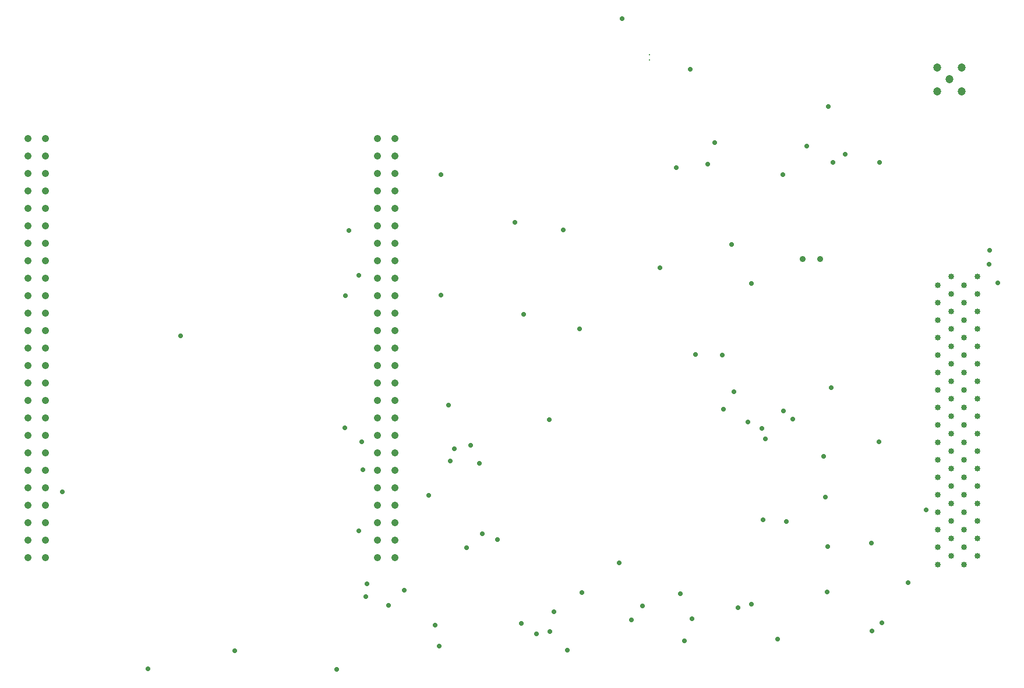
<source format=gbr>
%TF.GenerationSoftware,Altium Limited,Altium Designer,19.0.15 (446)*%
G04 Layer_Color=0*
%FSLAX26Y26*%
%MOIN*%
%TF.FileFunction,Plated,1,2,PTH,Drill*%
%TF.Part,Single*%
G01*
G75*
%TA.AperFunction,ComponentDrill*%
%ADD85C,0.033465*%
%ADD86C,0.040945*%
%ADD87C,0.035433*%
%TA.AperFunction,ViaDrill,NotFilled*%
%ADD88C,0.007874*%
%ADD89C,0.047244*%
%ADD90C,0.028000*%
D85*
X5563780Y2279129D02*
D03*
Y2179129D02*
D03*
Y2079129D02*
D03*
Y1979129D02*
D03*
Y1879129D02*
D03*
Y1779129D02*
D03*
Y1679129D02*
D03*
Y1579129D02*
D03*
Y1479129D02*
D03*
Y1379129D02*
D03*
Y1279129D02*
D03*
Y1179129D02*
D03*
Y1079129D02*
D03*
Y979129D02*
D03*
Y879129D02*
D03*
Y779129D02*
D03*
X5488778Y2229129D02*
D03*
Y2129129D02*
D03*
Y2029129D02*
D03*
Y1929129D02*
D03*
Y1829129D02*
D03*
Y1729129D02*
D03*
Y1629129D02*
D03*
Y1529129D02*
D03*
Y1429129D02*
D03*
Y1329129D02*
D03*
Y1229129D02*
D03*
Y1129129D02*
D03*
Y1029129D02*
D03*
Y929129D02*
D03*
Y829129D02*
D03*
Y729129D02*
D03*
X5563780Y679129D02*
D03*
X5488778Y629129D02*
D03*
X5413780Y2279129D02*
D03*
Y2179129D02*
D03*
Y2079129D02*
D03*
Y1979129D02*
D03*
Y1879129D02*
D03*
Y1779129D02*
D03*
Y1679129D02*
D03*
Y1579129D02*
D03*
Y1479129D02*
D03*
Y1379129D02*
D03*
Y1279129D02*
D03*
Y1179129D02*
D03*
Y1079129D02*
D03*
Y979129D02*
D03*
Y879129D02*
D03*
Y779129D02*
D03*
Y679129D02*
D03*
X5338778Y2229129D02*
D03*
Y2129129D02*
D03*
Y2029129D02*
D03*
Y1929129D02*
D03*
Y1829129D02*
D03*
Y1729129D02*
D03*
Y1629129D02*
D03*
Y1529129D02*
D03*
Y1429129D02*
D03*
Y1329129D02*
D03*
Y1229129D02*
D03*
Y1129129D02*
D03*
Y1029129D02*
D03*
Y929129D02*
D03*
Y829129D02*
D03*
Y729129D02*
D03*
Y629129D02*
D03*
D86*
X2131417Y670119D02*
D03*
Y770119D02*
D03*
Y870119D02*
D03*
Y970119D02*
D03*
Y1070119D02*
D03*
Y1170119D02*
D03*
Y1270119D02*
D03*
Y1370119D02*
D03*
Y1470119D02*
D03*
Y1570119D02*
D03*
Y1670119D02*
D03*
Y1770119D02*
D03*
Y1870119D02*
D03*
Y1970119D02*
D03*
Y2070119D02*
D03*
Y2170119D02*
D03*
Y2270119D02*
D03*
Y2370119D02*
D03*
Y2470119D02*
D03*
Y2570119D02*
D03*
Y2670119D02*
D03*
Y2770119D02*
D03*
Y2870119D02*
D03*
Y2970119D02*
D03*
Y3070119D02*
D03*
X2231417Y670119D02*
D03*
Y770119D02*
D03*
Y870119D02*
D03*
Y970119D02*
D03*
Y1070119D02*
D03*
Y1170119D02*
D03*
Y1270119D02*
D03*
Y1370119D02*
D03*
Y1470119D02*
D03*
Y1570119D02*
D03*
Y1670119D02*
D03*
Y1770119D02*
D03*
Y1870119D02*
D03*
Y1970119D02*
D03*
Y2070119D02*
D03*
Y2170119D02*
D03*
Y2270119D02*
D03*
Y2370119D02*
D03*
Y2470119D02*
D03*
Y2570119D02*
D03*
Y2670119D02*
D03*
Y2770119D02*
D03*
Y2870119D02*
D03*
Y2970119D02*
D03*
Y3070119D02*
D03*
X131417Y670119D02*
D03*
Y770119D02*
D03*
Y870119D02*
D03*
Y970119D02*
D03*
Y1070119D02*
D03*
Y1170119D02*
D03*
Y1270119D02*
D03*
Y1370119D02*
D03*
Y1470119D02*
D03*
Y1570119D02*
D03*
Y1670119D02*
D03*
Y1770119D02*
D03*
Y1870119D02*
D03*
Y1970119D02*
D03*
Y2070119D02*
D03*
Y2170119D02*
D03*
Y2270119D02*
D03*
Y2370119D02*
D03*
Y2470119D02*
D03*
Y2570119D02*
D03*
Y2670119D02*
D03*
Y2770119D02*
D03*
Y2870119D02*
D03*
Y2970119D02*
D03*
Y3070119D02*
D03*
X231417Y670119D02*
D03*
Y770119D02*
D03*
Y870119D02*
D03*
Y970119D02*
D03*
Y1070119D02*
D03*
Y1170119D02*
D03*
Y1270119D02*
D03*
Y1370119D02*
D03*
Y1470119D02*
D03*
Y1570119D02*
D03*
Y1670119D02*
D03*
Y1770119D02*
D03*
Y1870119D02*
D03*
Y1970119D02*
D03*
Y2070119D02*
D03*
Y2170119D02*
D03*
Y2270119D02*
D03*
Y2370119D02*
D03*
Y2470119D02*
D03*
Y2570119D02*
D03*
Y2670119D02*
D03*
Y2770119D02*
D03*
Y2870119D02*
D03*
Y2970119D02*
D03*
Y3070119D02*
D03*
D87*
X4664173Y2380710D02*
D03*
X4564173D02*
D03*
D88*
X3689291Y3519804D02*
D03*
Y3550552D02*
D03*
D89*
X5473228Y3338976D02*
D03*
Y3478171D02*
D03*
X5403631Y3408573D02*
D03*
X5334034Y3478171D02*
D03*
Y3338976D02*
D03*
D90*
X3115748Y1461417D02*
D03*
X3531496Y3756692D02*
D03*
X4737795Y2933465D02*
D03*
X4807087Y2979528D02*
D03*
X4060214Y3048012D02*
D03*
X4589173Y3026772D02*
D03*
X3922442Y3468110D02*
D03*
X3841338Y2904756D02*
D03*
X4451575Y2862205D02*
D03*
X4022834Y2922834D02*
D03*
X4710236Y3254724D02*
D03*
X2047638Y1172835D02*
D03*
X2546457Y1224803D02*
D03*
X2663386Y1312205D02*
D03*
X2714567Y1209055D02*
D03*
X2572441Y1294488D02*
D03*
X4453150Y1509449D02*
D03*
X4472047Y876378D02*
D03*
X4694095Y1016535D02*
D03*
X4684646Y1249213D02*
D03*
X5166535Y528346D02*
D03*
X4270708Y404000D02*
D03*
X4194960Y381834D02*
D03*
X3301181Y469291D02*
D03*
X5270079Y942126D02*
D03*
X3950000Y1832000D02*
D03*
X3118898Y246063D02*
D03*
X3140157Y360630D02*
D03*
X3216535Y141339D02*
D03*
X1898819Y31244D02*
D03*
X818898Y33071D02*
D03*
X2486220Y163386D02*
D03*
X1314173Y136614D02*
D03*
X4158000Y2463000D02*
D03*
X4727000Y1645000D02*
D03*
X1948000Y2170120D02*
D03*
X3649000Y395000D02*
D03*
X4106000Y1830000D02*
D03*
X4252016Y1445984D02*
D03*
X4337000Y887000D02*
D03*
X329000Y1048000D02*
D03*
X4961000Y250000D02*
D03*
X2066000Y446000D02*
D03*
X2024000Y2288000D02*
D03*
Y823000D02*
D03*
X5632000Y2350000D02*
D03*
X2286000Y483000D02*
D03*
X2196000Y397000D02*
D03*
X2733000Y808000D02*
D03*
X2819000Y773000D02*
D03*
X4352000Y1349212D02*
D03*
X2538000Y1542000D02*
D03*
X4330000Y1410000D02*
D03*
X2954234Y295000D02*
D03*
X4958000Y752000D02*
D03*
X5002000Y1334000D02*
D03*
X1006000Y1939000D02*
D03*
X3749000Y2329000D02*
D03*
X3043000Y235000D02*
D03*
X3586000Y312000D02*
D03*
X3888000Y194000D02*
D03*
X4707000Y732000D02*
D03*
X4509000Y1465000D02*
D03*
X1969000Y2543000D02*
D03*
X4270914Y2241086D02*
D03*
X5680000Y2242000D02*
D03*
X2917000Y2590000D02*
D03*
X3516000Y640000D02*
D03*
X4112000Y1521000D02*
D03*
X4170000Y1620000D02*
D03*
X4423000Y205000D02*
D03*
X2462000Y282000D02*
D03*
X3866000Y465000D02*
D03*
X2070156Y521000D02*
D03*
X2042000Y1333000D02*
D03*
X1945000Y1414000D02*
D03*
X2643000Y726000D02*
D03*
X2425000Y1027000D02*
D03*
X5019000Y298000D02*
D03*
X5005394Y2933008D02*
D03*
X3195000Y2548000D02*
D03*
X2494000Y2863000D02*
D03*
Y2174000D02*
D03*
X3932000Y319000D02*
D03*
X4706000Y474000D02*
D03*
X5633500Y2429500D02*
D03*
X3286472Y1979528D02*
D03*
X2967000Y2062000D02*
D03*
%TF.MD5,f72a13b876d03527cabd240ef397ff81*%
M02*

</source>
